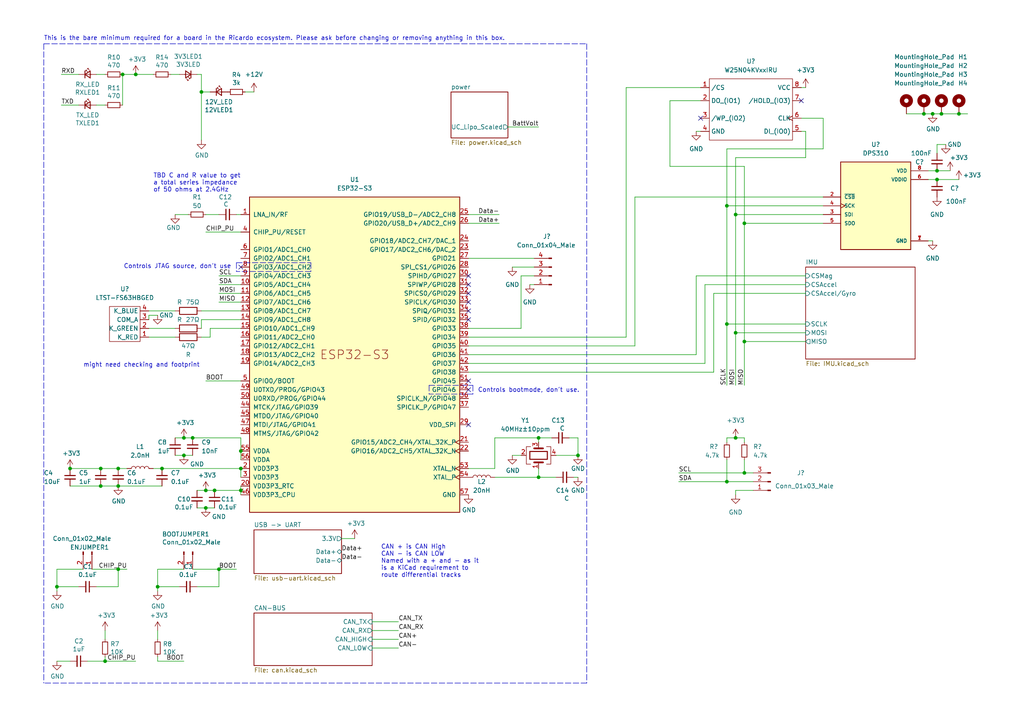
<source format=kicad_sch>
(kicad_sch (version 20211123) (generator eeschema)
  (paper "A4")
  (lib_symbols
    (symbol "Connector:Conn_01x02_Male" (pin_names (offset 1.016) hide)
      (property "Reference" "J" (at 0 2.54 0))
      (property "Value" "Conn_01x02_Male" (at 0 -5.08 0))
      (symbol "Conn_01x02_Male_1_1"
        (polyline (pts (xy 1.27 -2.54) (xy 0.8636 -2.54)) (stroke (width 0.1524)))
        (polyline (pts (xy 1.27 0) (xy 0.8636 0)) (stroke (width 0.1524)))
        (rectangle (start 0.8636 -2.413) (end 0 -2.667) (stroke (width 0.1524)) (fill (type outline)))
        (rectangle (start 0.8636 0.127) (end 0 -0.127) (stroke (width 0.1524)) (fill (type outline)))
        (pin passive line (at 5.08 0 180) (length 3.81) (name "Pin_1") (number "1"))
        (pin passive line (at 5.08 -2.54 180) (length 3.81) (name "Pin_2") (number "2"))
      )
    )
    (symbol "Connector:Conn_01x03_Male" (pin_names (offset 1.016) hide)
      (property "Reference" "J" (at 0 5.08 0))
      (property "Value" "Conn_01x03_Male" (at 0 -5.08 0))
      (symbol "Conn_01x03_Male_1_1"
        (polyline (pts (xy 1.27 -2.54) (xy 0.8636 -2.54)) (stroke (width 0.1524)))
        (polyline (pts (xy 1.27 0) (xy 0.8636 0)) (stroke (width 0.1524)))
        (polyline (pts (xy 1.27 2.54) (xy 0.8636 2.54)) (stroke (width 0.1524)))
        (rectangle (start 0.8636 -2.413) (end 0 -2.667) (stroke (width 0.1524)) (fill (type outline)))
        (rectangle (start 0.8636 0.127) (end 0 -0.127) (stroke (width 0.1524)) (fill (type outline)))
        (rectangle (start 0.8636 2.667) (end 0 2.413) (stroke (width 0.1524)) (fill (type outline)))
        (pin passive line (at 5.08 2.54 180) (length 3.81) (name "Pin_1") (number "1"))
        (pin passive line (at 5.08 0 180) (length 3.81) (name "Pin_2") (number "2"))
        (pin passive line (at 5.08 -2.54 180) (length 3.81) (name "Pin_3") (number "3"))
      )
    )
    (symbol "Connector:Conn_01x04_Male" (pin_names (offset 1.016) hide)
      (property "Reference" "J" (at 0 5.08 0))
      (property "Value" "Conn_01x04_Male" (at 0 -7.62 0))
      (symbol "Conn_01x04_Male_1_1"
        (polyline (pts (xy 1.27 -5.08) (xy 0.8636 -5.08)) (stroke (width 0.1524)))
        (polyline (pts (xy 1.27 -2.54) (xy 0.8636 -2.54)) (stroke (width 0.1524)))
        (polyline (pts (xy 1.27 0) (xy 0.8636 0)) (stroke (width 0.1524)))
        (polyline (pts (xy 1.27 2.54) (xy 0.8636 2.54)) (stroke (width 0.1524)))
        (rectangle (start 0.8636 -4.953) (end 0 -5.207) (stroke (width 0.1524)) (fill (type outline)))
        (rectangle (start 0.8636 -2.413) (end 0 -2.667) (stroke (width 0.1524)) (fill (type outline)))
        (rectangle (start 0.8636 0.127) (end 0 -0.127) (stroke (width 0.1524)) (fill (type outline)))
        (rectangle (start 0.8636 2.667) (end 0 2.413) (stroke (width 0.1524)) (fill (type outline)))
        (pin passive line (at 5.08 2.54 180) (length 3.81) (name "Pin_1") (number "1"))
        (pin passive line (at 5.08 0 180) (length 3.81) (name "Pin_2") (number "2"))
        (pin passive line (at 5.08 -2.54 180) (length 3.81) (name "Pin_3") (number "3"))
        (pin passive line (at 5.08 -5.08 180) (length 3.81) (name "Pin_4") (number "4"))
      )
    )
    (symbol "Custom_Components:DPS310" (pin_names (offset 1.016))
      (property "Reference" "U" (at -1.27 13.97 0))
      (property "Value" "DPS310" (at -3.81 19.05 0))
      (symbol "DPS310_0_0"
        (rectangle (start -10.16 -12.7) (end 10.16 12.7) (stroke (width 0.254)) (fill (type background)))
        (pin power_in line (at 15.24 -10.16 180) (length 5.08) (name "GND") (number "1"))
        (pin input line (at -15.24 2.54 0) (length 5.08) (name "~{CSB}") (number "2"))
        (pin bidirectional line (at -15.24 -2.54 0) (length 5.08) (name "SDI") (number "3"))
        (pin input clock (at -15.24 0 0) (length 5.08) (name "SCK") (number "4"))
        (pin output line (at -15.24 -5.08 0) (length 5.08) (name "SDO") (number "5"))
        (pin power_in line (at 15.24 7.62 180) (length 5.08) (name "VDDIO") (number "6"))
        (pin power_in line (at 15.24 -10.16 180) (length 5.08) (name "GND") (number "7"))
        (pin power_in line (at 15.24 10.16 180) (length 5.08) (name "VDD") (number "8"))
      )
    )
    (symbol "Custom_Components:LTST-FS63HBGED"
      (property "Reference" "U" (at 0 8.89 0))
      (property "Value" "LTST-FS63HBGED" (at 0 11.43 0))
      (symbol "LTST-FS63HBGED_0_1"
        (rectangle (start -5.08 5.08) (end 3.81 -5.08))
      )
      (symbol "LTST-FS63HBGED_1_1"
        (pin input line (at -7.62 3.81 0) (length 2.54) (name "K_RED") (number "1"))
        (pin input line (at -7.62 1.27 0) (length 2.54) (name "K_GREEN") (number "2"))
        (pin input line (at -7.62 -1.27 0) (length 2.54) (name "COM_A") (number "3"))
        (pin input line (at -7.62 -3.81 0) (length 2.54) (name "K_BLUE") (number "4"))
      )
    )
    (symbol "Custom_Components:W25N04KVxxIRU"
      (property "Reference" "U?" (at 0.635 13.97 0))
      (property "Value" "W25N04KVxxIRU" (at 0.635 11.43 0))
      (symbol "W25N04KVxxIRU_0_1"
        (rectangle (start -11.43 8.89) (end 12.7 -8.89))
      )
      (symbol "W25N04KVxxIRU_1_1"
        (pin input line (at -13.97 6.35 0) (length 2.54) (name "/CS") (number "1"))
        (pin bidirectional line (at -13.97 2.54 0) (length 2.54) (name "DO_(IO1)") (number "2"))
        (pin bidirectional line (at -13.97 -2.54 0) (length 2.54) (name "/WP_(IO2)") (number "3"))
        (pin power_in line (at -13.97 -6.35 0) (length 2.54) (name "GND") (number "4"))
        (pin bidirectional line (at 15.24 -6.35 180) (length 2.54) (name "DI_(IO0)") (number "5"))
        (pin input clock (at 15.24 -2.54 180) (length 2.54) (name "CLK") (number "6"))
        (pin bidirectional line (at 15.24 2.54 180) (length 2.54) (name "/HOLD_(IO3)") (number "7"))
        (pin power_in line (at 15.24 6.35 180) (length 2.54) (name "VCC") (number "8"))
      )
    )
    (symbol "Device:C_Small" (pin_numbers hide) (pin_names (offset 0.254) hide)
      (property "Reference" "C" (at 0.254 1.778 0))
      (property "Value" "C_Small" (at 0.254 -2.032 0))
      (symbol "C_Small_0_1"
        (polyline (pts (xy -1.524 -0.508) (xy 1.524 -0.508)) (stroke (width 0.3302)))
        (polyline (pts (xy -1.524 0.508) (xy 1.524 0.508)) (stroke (width 0.3048)))
      )
      (symbol "C_Small_1_1"
        (pin passive line (at 0 2.54 270) (length 2.032) (name "~") (number "1"))
        (pin passive line (at 0 -2.54 90) (length 2.032) (name "~") (number "2"))
      )
    )
    (symbol "Device:Crystal_GND24" (pin_names (offset 1.016) hide)
      (property "Reference" "Y" (at 3.175 5.08 0))
      (property "Value" "Crystal_GND24" (at 3.175 3.175 0))
      (symbol "Crystal_GND24_0_1"
        (rectangle (start -1.143 2.54) (end 1.143 -2.54) (stroke (width 0.3048)))
        (polyline (pts (xy -2.54 0) (xy -2.032 0)))
        (polyline (pts (xy -2.032 -1.27) (xy -2.032 1.27)) (stroke (width 0.508)))
        (polyline (pts (xy 0 -3.81) (xy 0 -3.556)))
        (polyline (pts (xy 0 3.556) (xy 0 3.81)))
        (polyline (pts (xy 2.032 -1.27) (xy 2.032 1.27)) (stroke (width 0.508)))
        (polyline (pts (xy 2.032 0) (xy 2.54 0)))
        (polyline (pts (xy -2.54 -2.286) (xy -2.54 -3.556) (xy 2.54 -3.556) (xy 2.54 -2.286)))
        (polyline (pts (xy -2.54 2.286) (xy -2.54 3.556) (xy 2.54 3.556) (xy 2.54 2.286)))
      )
      (symbol "Crystal_GND24_1_1"
        (pin passive line (at -3.81 0 0) (length 1.27) (name "1") (number "1"))
        (pin passive line (at 0 5.08 270) (length 1.27) (name "2") (number "2"))
        (pin passive line (at 3.81 0 180) (length 1.27) (name "3") (number "3"))
        (pin passive line (at 0 -5.08 90) (length 1.27) (name "4") (number "4"))
      )
    )
    (symbol "Device:L" (pin_numbers hide) (pin_names (offset 1.016) hide)
      (property "Reference" "L" (at -1.27 0 90))
      (property "Value" "L" (at 1.905 0 90))
      (symbol "L_0_1"
        (arc (start 0 -2.54) (mid 0.635 -1.905) (end 0 -1.27))
        (arc (start 0 -1.27) (mid 0.635 -0.635) (end 0 0))
        (arc (start 0 0) (mid 0.635 0.635) (end 0 1.27))
        (arc (start 0 1.27) (mid 0.635 1.905) (end 0 2.54))
      )
      (symbol "L_1_1"
        (pin passive line (at 0 3.81 270) (length 1.27) (name "1") (number "1"))
        (pin passive line (at 0 -3.81 90) (length 1.27) (name "2") (number "2"))
      )
    )
    (symbol "Device:LED_Small" (pin_numbers hide) (pin_names (offset 0.254) hide)
      (property "Reference" "D" (at -1.27 3.175 0))
      (property "Value" "LED_Small" (at -4.445 -2.54 0))
      (symbol "LED_Small_0_1"
        (polyline (pts (xy -0.762 -1.016) (xy -0.762 1.016)) (stroke (width 0.254)))
        (polyline (pts (xy 1.016 0) (xy -0.762 0)))
        (polyline (pts (xy 0.762 -1.016) (xy -0.762 0) (xy 0.762 1.016) (xy 0.762 -1.016)) (stroke (width 0.254)))
        (polyline (pts (xy 0 0.762) (xy -0.508 1.27) (xy -0.254 1.27) (xy -0.508 1.27) (xy -0.508 1.016)))
        (polyline (pts (xy 0.508 1.27) (xy 0 1.778) (xy 0.254 1.778) (xy 0 1.778) (xy 0 1.524)))
      )
      (symbol "LED_Small_1_1"
        (pin passive line (at -2.54 0 0) (length 1.778) (name "K") (number "1"))
        (pin passive line (at 2.54 0 180) (length 1.778) (name "A") (number "2"))
      )
    )
    (symbol "Device:R" (pin_numbers hide) (pin_names (offset 0))
      (property "Reference" "R" (at 2.032 0 90))
      (property "Value" "R" (at 0 0 90))
      (symbol "R_0_1"
        (rectangle (start -1.016 -2.54) (end 1.016 2.54) (stroke (width 0.254)))
      )
      (symbol "R_1_1"
        (pin passive line (at 0 3.81 270) (length 1.27) (name "~") (number "1"))
        (pin passive line (at 0 -3.81 90) (length 1.27) (name "~") (number "2"))
      )
    )
    (symbol "Device:R_Small" (pin_numbers hide) (pin_names (offset 0.254) hide)
      (property "Reference" "R" (at 0.762 0.508 0))
      (property "Value" "R_Small" (at 0.762 -1.016 0))
      (symbol "R_Small_0_1"
        (rectangle (start -0.762 1.778) (end 0.762 -1.778) (stroke (width 0.2032)))
      )
      (symbol "R_Small_1_1"
        (pin passive line (at 0 2.54 270) (length 0.762) (name "~") (number "1"))
        (pin passive line (at 0 -2.54 90) (length 0.762) (name "~") (number "2"))
      )
    )
    (symbol "Espressif:ESP32-S3" (pin_names (offset 1.016))
      (property "Reference" "U" (at 0 48.26 0))
      (property "Value" "ESP32-S3" (at 0 -48.26 0))
      (symbol "ESP32-S3_0_0"
        (text "ESP32-S3" (at 0 0 0) (effects (font (size 2.54 2.54))))
        (pin bidirectional line (at 33.02 -12.7 180) (length 2.54) (name "SPICLK_N/GPIO48") (number "36"))
        (pin bidirectional line (at 33.02 -15.24 180) (length 2.54) (name "SPICLK_P/GPIO47") (number "37"))
      )
      (symbol "ESP32-S3_0_1"
        (rectangle (start -30.48 45.72) (end 30.48 -45.72) (stroke (width 0.254)) (fill (type background)))
      )
      (symbol "ESP32-S3_1_1"
        (pin bidirectional line (at -33.02 40.64 0) (length 2.54) (name "LNA_IN/RF") (number "1"))
        (pin bidirectional line (at -33.02 20.32 0) (length 2.54) (name "GPIO5/ADC1_CH4") (number "10"))
        (pin bidirectional line (at -33.02 17.78 0) (length 2.54) (name "GPIO6/ADC1_CH5") (number "11"))
        (pin bidirectional line (at -33.02 15.24 0) (length 2.54) (name "GPIO7/ADC1_CH6") (number "12"))
        (pin bidirectional line (at -33.02 12.7 0) (length 2.54) (name "GPIO8/ADC1_CH7") (number "13"))
        (pin bidirectional line (at -33.02 10.16 0) (length 2.54) (name "GPIO9/ADC1_CH8") (number "14"))
        (pin bidirectional line (at -33.02 7.62 0) (length 2.54) (name "GPIO10/ADC1_CH9") (number "15"))
        (pin bidirectional line (at -33.02 5.08 0) (length 2.54) (name "GPIO11/ADC2_CH0") (number "16"))
        (pin bidirectional line (at -33.02 2.54 0) (length 2.54) (name "GPIO12/ADC2_CH1") (number "17"))
        (pin bidirectional line (at -33.02 0 0) (length 2.54) (name "GPIO13/ADC2_CH2") (number "18"))
        (pin bidirectional line (at -33.02 -2.54 0) (length 2.54) (name "GPIO14/ADC2_CH3") (number "19"))
        (pin power_in line (at -33.02 -33.02 0) (length 2.54) (name "VDD3P3") (number "2"))
        (pin power_in line (at -33.02 -38.1 0) (length 2.54) (name "VDD3P3_RTC") (number "20"))
        (pin input clock (at 33.02 -25.4 180) (length 2.54) (name "GPIO15/ADC2_CH4/XTAL_32K_P") (number "21"))
        (pin output clock (at 33.02 -27.94 180) (length 2.54) (name "GPIO16/ADC2_CH5/XTAL_32K_N") (number "22"))
        (pin bidirectional line (at 33.02 30.48 180) (length 2.54) (name "GPIO17/ADC2_CH6/DAC_2") (number "23"))
        (pin bidirectional line (at 33.02 33.02 180) (length 2.54) (name "GPIO18/ADC2_CH7/DAC_1") (number "24"))
        (pin bidirectional line (at 33.02 40.64 180) (length 2.54) (name "GPIO19/USB_D-/ADC2_CH8") (number "25"))
        (pin bidirectional line (at 33.02 38.1 180) (length 2.54) (name "GPIO20/USB_D+/ADC2_CH9") (number "26"))
        (pin bidirectional line (at 33.02 27.94 180) (length 2.54) (name "GPIO21") (number "27"))
        (pin bidirectional line (at 33.02 25.4 180) (length 2.54) (name "SPI_CS1/GPIO26") (number "28"))
        (pin power_out line (at 33.02 -20.32 180) (length 2.54) (name "VDD_SPI") (number "29"))
        (pin power_in line (at -33.02 -35.56 0) (length 2.54) (name "VDD3P3") (number "3"))
        (pin bidirectional line (at 33.02 22.86 180) (length 2.54) (name "SPIHD/GPIO27") (number "30"))
        (pin bidirectional line (at 33.02 20.32 180) (length 2.54) (name "SPIWP/GPIO28") (number "31"))
        (pin bidirectional line (at 33.02 17.78 180) (length 2.54) (name "SPICS0/GPIO29") (number "32"))
        (pin bidirectional line (at 33.02 15.24 180) (length 2.54) (name "SPICLK/GPIO30") (number "33"))
        (pin bidirectional line (at 33.02 12.7 180) (length 2.54) (name "SPIQ/GPIO31") (number "34"))
        (pin bidirectional line (at 33.02 10.16 180) (length 2.54) (name "SPID/GPIO32") (number "35"))
        (pin bidirectional line (at 33.02 7.62 180) (length 2.54) (name "GPIO33") (number "38"))
        (pin bidirectional line (at 33.02 5.08 180) (length 2.54) (name "GPIO34") (number "39"))
        (pin input line (at -33.02 35.56 0) (length 2.54) (name "CHIP_PU/RESET") (number "4"))
        (pin bidirectional line (at 33.02 2.54 180) (length 2.54) (name "GPIO35") (number "40"))
        (pin bidirectional line (at 33.02 0 180) (length 2.54) (name "GPIO36") (number "41"))
        (pin bidirectional line (at 33.02 -2.54 180) (length 2.54) (name "GPIO37") (number "42"))
        (pin bidirectional line (at 33.02 -5.08 180) (length 2.54) (name "GPIO38") (number "43"))
        (pin bidirectional line (at -33.02 -15.24 0) (length 2.54) (name "MTCK/JTAG/GPIO39") (number "44"))
        (pin bidirectional line (at -33.02 -17.78 0) (length 2.54) (name "MTDO/JTAG/GPIO40") (number "45"))
        (pin power_in line (at -33.02 -40.64 0) (length 2.54) (name "VDD3P3_CPU") (number "46"))
        (pin bidirectional line (at -33.02 -20.32 0) (length 2.54) (name "MTDI/JTAG/GPIO41") (number "47"))
        (pin bidirectional line (at -33.02 -22.86 0) (length 2.54) (name "MTMS/JTAG/GPIO42") (number "48"))
        (pin bidirectional line (at -33.02 -10.16 0) (length 2.54) (name "U0TXD/PROG/GPIO43") (number "49"))
        (pin bidirectional line (at -33.02 -7.62 0) (length 2.54) (name "GPIO0/BOOT") (number "5"))
        (pin bidirectional line (at -33.02 -12.7 0) (length 2.54) (name "U0RXD/PROG/GPIO44") (number "50"))
        (pin bidirectional line (at 33.02 -7.62 180) (length 2.54) (name "GPIO45") (number "51"))
        (pin bidirectional line (at 33.02 -10.16 180) (length 2.54) (name "GPIO46") (number "52"))
        (pin input clock (at 33.02 -33.02 180) (length 2.54) (name "XTAL_N") (number "53"))
        (pin output clock (at 33.02 -35.56 180) (length 2.54) (name "XTAL_P") (number "54"))
        (pin power_in line (at -33.02 -27.94 0) (length 2.54) (name "VDDA") (number "55"))
        (pin power_in line (at -33.02 -30.48 0) (length 2.54) (name "VDDA") (number "56"))
        (pin power_in line (at 33.02 -40.64 180) (length 2.54) (name "GND") (number "57"))
        (pin bidirectional line (at -33.02 30.48 0) (length 2.54) (name "GPIO1/ADC1_CH0") (number "6"))
        (pin bidirectional line (at -33.02 27.94 0) (length 2.54) (name "GPIO2/ADC1_CH1") (number "7"))
        (pin bidirectional line (at -33.02 25.4 0) (length 2.54) (name "GPIO3/ADC1_CH2") (number "8"))
        (pin bidirectional line (at -33.02 22.86 0) (length 2.54) (name "GPIO4/ADC1_CH3") (number "9"))
      )
    )
    (symbol "Mechanical:MountingHole_Pad" (pin_numbers hide) (pin_names (offset 1.016) hide)
      (property "Reference" "H" (at 0 6.35 0))
      (property "Value" "MountingHole_Pad" (at 0 4.445 0))
      (symbol "MountingHole_Pad_0_1"
        (circle (center 0 1.27) (radius 1.27) (stroke (width 1.27)))
      )
      (symbol "MountingHole_Pad_1_1"
        (pin input line (at 0 -2.54 90) (length 2.54) (name "1") (number "1"))
      )
    )
    (symbol "power:+12V" (power) (pin_names (offset 0))
      (property "Value" "+12V" (at 0 3.556 0))
      (symbol "+12V_0_1"
        (polyline (pts (xy -0.762 1.27) (xy 0 2.54)))
        (polyline (pts (xy 0 0) (xy 0 2.54)))
        (polyline (pts (xy 0 2.54) (xy 0.762 1.27)))
      )
      (symbol "+12V_1_1"
        (pin power_in line (at 0 0 90) (length 0) hide (name "+12V") (number "1"))
      )
    )
    (symbol "power:+3.3V" (power) (pin_names (offset 0))
      (property "Value" "+3.3V" (at 0 3.556 0))
      (symbol "+3.3V_0_1"
        (polyline (pts (xy -0.762 1.27) (xy 0 2.54)))
        (polyline (pts (xy 0 0) (xy 0 2.54)))
        (polyline (pts (xy 0 2.54) (xy 0.762 1.27)))
      )
      (symbol "+3.3V_1_1"
        (pin power_in line (at 0 0 90) (length 0) hide (name "+3V3") (number "1"))
      )
    )
    (symbol "power:GND" (power) (pin_names (offset 0))
      (property "Value" "GND" (at 0 -3.81 0))
      (symbol "GND_0_1"
        (polyline (pts (xy 0 0) (xy 0 -1.27) (xy 1.27 -1.27) (xy 0 -2.54) (xy -1.27 -1.27) (xy 0 -1.27)))
      )
      (symbol "GND_1_1"
        (pin power_in line (at 0 0 270) (length 0) hide (name "GND") (number "1"))
      )
    )
  )
  (junction (at 39.37 21.59))
  (junction (at 59.69 142.24))
  (junction (at 53.34 127))
  (junction (at 58.42 26.67))
  (junction (at 30.48 191.77))
  (junction (at 213.36 96.52))
  (junction (at 210.82 59.69))
  (junction (at 271.78 49.53))
  (junction (at 210.82 93.98))
  (junction (at 69.85 142.24))
  (junction (at 270.51 33.02))
  (junction (at 215.9 99.06))
  (junction (at 55.88 127))
  (junction (at 63.5 165.1))
  (junction (at 267.97 33.02))
  (junction (at 59.69 147.32))
  (junction (at 62.23 142.24))
  (junction (at 34.29 135.89))
  (junction (at 20.32 135.89))
  (junction (at 45.72 170.18))
  (junction (at 35.56 21.59))
  (junction (at 210.82 139.7))
  (junction (at 215.9 64.77))
  (junction (at 215.9 137.16))
  (junction (at 29.21 135.89))
  (junction (at 34.29 140.97))
  (junction (at 156.21 127))
  (junction (at 273.05 33.02))
  (junction (at 53.34 132.08))
  (junction (at 156.21 138.43))
  (junction (at 69.85 130.81))
  (junction (at 29.21 140.97))
  (junction (at 213.36 127))
  (junction (at 16.51 170.18))
  (junction (at 278.13 33.02))
  (junction (at 167.64 132.08))
  (junction (at 213.36 62.23))
  (junction (at 46.99 135.89))
  (junction (at 34.29 165.1))
  (junction (at 69.85 135.89))
  (junction (at 271.78 52.07))
  (no_connect (at 69.85 77.47))
  (no_connect (at 232.41 29.21))
  (no_connect (at 203.2 34.29))
  (no_connect (at 135.89 113.03))
  (no_connect (at 135.89 82.55))
  (no_connect (at 135.89 85.09))
  (no_connect (at 135.89 87.63))
  (no_connect (at 135.89 90.17))
  (no_connect (at 135.89 92.71))
  (no_connect (at 135.89 110.49))
  (no_connect (at 135.89 80.01))
  (no_connect (at 135.89 123.19))
  (wire (pts (xy 184.15 57.15) (xy 238.76 57.15)))
  (wire (pts (xy 30.48 191.77) (xy 30.48 190.5)))
  (wire (pts (xy 135.89 62.23) (xy 144.78 62.23)))
  (wire (pts (xy 269.24 69.85) (xy 270.51 69.85)))
  (wire (pts (xy 201.93 102.87) (xy 201.93 80.01)))
  (wire (pts (xy 63.5 87.63) (xy 69.85 87.63)))
  (wire (pts (xy 69.85 135.89) (xy 69.85 138.43)))
  (wire (pts (xy 17.78 21.59) (xy 22.86 21.59)))
  (polyline (pts (xy 90.17 78.74) (xy 68.58 78.74)))
  (wire (pts (xy 63.5 170.18) (xy 63.5 165.1)))
  (polyline (pts (xy 68.58 76.2) (xy 68.58 78.74)))
  (wire (pts (xy 43.18 97.79) (xy 50.8 97.79)))
  (wire (pts (xy 210.82 111.76) (xy 210.82 93.98)))
  (wire (pts (xy 194.31 29.21) (xy 194.31 48.26)))
  (wire (pts (xy 60.96 26.67) (xy 58.42 26.67)))
  (wire (pts (xy 210.82 128.27) (xy 210.82 127)))
  (wire (pts (xy 16.51 191.77) (xy 20.32 191.77)))
  (wire (pts (xy 107.95 180.34) (xy 115.57 180.34)))
  (wire (pts (xy 213.36 143.51) (xy 213.36 142.24)))
  (wire (pts (xy 160.02 127) (xy 156.21 127)))
  (wire (pts (xy 45.72 165.1) (xy 53.34 165.1)))
  (wire (pts (xy 58.42 21.59) (xy 57.15 21.59)))
  (wire (pts (xy 29.21 135.89) (xy 34.29 135.89)))
  (wire (pts (xy 271.78 49.53) (xy 275.59 49.53)))
  (wire (pts (xy 143.51 138.43) (xy 156.21 138.43)))
  (wire (pts (xy 181.61 25.4) (xy 181.61 97.79)))
  (wire (pts (xy 59.69 110.49) (xy 69.85 110.49)))
  (polyline (pts (xy 12.7 12.7) (xy 12.7 198.12)))
  (wire (pts (xy 215.9 99.06) (xy 215.9 111.76)))
  (wire (pts (xy 238.76 34.29) (xy 232.41 34.29)))
  (wire (pts (xy 16.51 170.18) (xy 16.51 171.45)))
  (wire (pts (xy 57.15 170.18) (xy 63.5 170.18)))
  (wire (pts (xy 273.05 33.02) (xy 270.51 33.02)))
  (wire (pts (xy 148.59 77.47) (xy 154.94 77.47)))
  (wire (pts (xy 135.89 107.95) (xy 207.01 107.95)))
  (polyline (pts (xy 137.16 111.76) (xy 137.16 114.3)))
  (wire (pts (xy 213.36 142.24) (xy 218.44 142.24)))
  (wire (pts (xy 68.58 165.1) (xy 63.5 165.1)))
  (wire (pts (xy 68.58 62.23) (xy 69.85 62.23)))
  (wire (pts (xy 194.31 29.21) (xy 203.2 29.21)))
  (wire (pts (xy 210.82 59.69) (xy 210.82 43.18)))
  (wire (pts (xy 27.94 30.48) (xy 30.48 30.48)))
  (wire (pts (xy 16.51 165.1) (xy 16.51 170.18)))
  (wire (pts (xy 135.89 100.33) (xy 184.15 100.33)))
  (wire (pts (xy 161.29 132.08) (xy 167.64 132.08)))
  (wire (pts (xy 69.85 92.71) (xy 58.42 92.71)))
  (wire (pts (xy 58.42 90.17) (xy 69.85 90.17)))
  (wire (pts (xy 196.85 139.7) (xy 210.82 139.7)))
  (wire (pts (xy 271.78 52.07) (xy 278.13 52.07)))
  (wire (pts (xy 30.48 182.88) (xy 30.48 185.42)))
  (wire (pts (xy 57.15 147.32) (xy 59.69 147.32)))
  (polyline (pts (xy 68.58 76.2) (xy 90.17 76.2)))
  (wire (pts (xy 34.29 135.89) (xy 36.83 135.89)))
  (wire (pts (xy 69.85 142.24) (xy 69.85 143.51)))
  (wire (pts (xy 207.01 85.09) (xy 207.01 107.95)))
  (wire (pts (xy 215.9 64.77) (xy 215.9 48.26)))
  (wire (pts (xy 135.89 105.41) (xy 204.47 105.41)))
  (wire (pts (xy 60.96 95.25) (xy 60.96 97.79)))
  (wire (pts (xy 62.23 142.24) (xy 69.85 142.24)))
  (wire (pts (xy 204.47 82.55) (xy 204.47 105.41)))
  (wire (pts (xy 43.18 91.44) (xy 45.72 91.44)))
  (wire (pts (xy 53.34 132.08) (xy 55.88 132.08)))
  (wire (pts (xy 201.93 38.1) (xy 203.2 38.1)))
  (wire (pts (xy 143.51 135.89) (xy 143.51 127)))
  (wire (pts (xy 210.82 139.7) (xy 218.44 139.7)))
  (wire (pts (xy 269.24 49.53) (xy 271.78 49.53)))
  (wire (pts (xy 210.82 127) (xy 213.36 127)))
  (wire (pts (xy 156.21 127) (xy 156.21 128.27)))
  (wire (pts (xy 34.29 165.1) (xy 36.83 165.1)))
  (wire (pts (xy 210.82 59.69) (xy 238.76 59.69)))
  (wire (pts (xy 50.8 132.08) (xy 53.34 132.08)))
  (wire (pts (xy 215.9 137.16) (xy 218.44 137.16)))
  (wire (pts (xy 213.36 127) (xy 215.9 127)))
  (wire (pts (xy 43.18 92.71) (xy 43.18 91.44)))
  (polyline (pts (xy 124.46 111.76) (xy 124.46 114.3)))
  (wire (pts (xy 213.36 45.72) (xy 233.68 45.72)))
  (polyline (pts (xy 12.7 12.7) (xy 170.18 12.7)))
  (wire (pts (xy 215.9 64.77) (xy 238.76 64.77)))
  (wire (pts (xy 215.9 99.06) (xy 233.68 99.06)))
  (wire (pts (xy 215.9 127) (xy 215.9 128.27)))
  (wire (pts (xy 44.45 135.89) (xy 46.99 135.89)))
  (wire (pts (xy 151.13 80.01) (xy 154.94 80.01)))
  (wire (pts (xy 69.85 130.81) (xy 69.85 133.35)))
  (wire (pts (xy 22.86 170.18) (xy 16.51 170.18)))
  (wire (pts (xy 147.32 36.83) (xy 156.21 36.83)))
  (wire (pts (xy 27.94 21.59) (xy 30.48 21.59)))
  (wire (pts (xy 215.9 133.35) (xy 215.9 137.16)))
  (wire (pts (xy 50.8 127) (xy 53.34 127)))
  (wire (pts (xy 213.36 96.52) (xy 233.68 96.52)))
  (wire (pts (xy 17.78 30.48) (xy 22.86 30.48)))
  (wire (pts (xy 270.51 33.02) (xy 267.97 33.02)))
  (wire (pts (xy 63.5 82.55) (xy 69.85 82.55)))
  (wire (pts (xy 52.07 170.18) (xy 45.72 170.18)))
  (wire (pts (xy 50.8 62.23) (xy 54.61 62.23)))
  (wire (pts (xy 210.82 93.98) (xy 210.82 59.69)))
  (wire (pts (xy 233.68 38.1) (xy 232.41 38.1)))
  (wire (pts (xy 59.69 62.23) (xy 63.5 62.23)))
  (wire (pts (xy 278.13 33.02) (xy 273.05 33.02)))
  (wire (pts (xy 207.01 85.09) (xy 233.68 85.09)))
  (wire (pts (xy 271.78 44.45) (xy 271.78 41.91)))
  (wire (pts (xy 29.21 140.97) (xy 34.29 140.97)))
  (wire (pts (xy 35.56 21.59) (xy 39.37 21.59)))
  (wire (pts (xy 280.67 33.02) (xy 278.13 33.02)))
  (wire (pts (xy 55.88 127) (xy 69.85 127)))
  (wire (pts (xy 58.42 92.71) (xy 58.42 95.25)))
  (wire (pts (xy 107.95 187.96) (xy 115.57 187.96)))
  (wire (pts (xy 210.82 43.18) (xy 238.76 43.18)))
  (wire (pts (xy 107.95 182.88) (xy 115.57 182.88)))
  (wire (pts (xy 69.85 127) (xy 69.85 130.81)))
  (polyline (pts (xy 137.16 114.3) (xy 124.46 114.3)))
  (wire (pts (xy 269.24 52.07) (xy 271.78 52.07)))
  (wire (pts (xy 135.89 102.87) (xy 201.93 102.87)))
  (wire (pts (xy 213.36 62.23) (xy 238.76 62.23)))
  (wire (pts (xy 135.89 74.93) (xy 154.94 74.93)))
  (wire (pts (xy 55.88 165.1) (xy 63.5 165.1)))
  (wire (pts (xy 25.4 191.77) (xy 30.48 191.77)))
  (wire (pts (xy 135.89 135.89) (xy 143.51 135.89)))
  (wire (pts (xy 45.72 170.18) (xy 45.72 171.45)))
  (wire (pts (xy 45.72 191.77) (xy 45.72 190.5)))
  (wire (pts (xy 49.53 21.59) (xy 52.07 21.59)))
  (wire (pts (xy 184.15 100.33) (xy 184.15 57.15)))
  (wire (pts (xy 148.59 132.08) (xy 151.13 132.08)))
  (wire (pts (xy 210.82 93.98) (xy 233.68 93.98)))
  (wire (pts (xy 43.18 95.25) (xy 50.8 95.25)))
  (wire (pts (xy 213.36 62.23) (xy 213.36 96.52)))
  (wire (pts (xy 58.42 21.59) (xy 58.42 26.67)))
  (wire (pts (xy 213.36 45.72) (xy 213.36 62.23)))
  (wire (pts (xy 215.9 64.77) (xy 215.9 99.06)))
  (wire (pts (xy 153.67 82.55) (xy 154.94 82.55)))
  (wire (pts (xy 161.29 138.43) (xy 156.21 138.43)))
  (wire (pts (xy 201.93 80.01) (xy 233.68 80.01)))
  (wire (pts (xy 203.2 25.4) (xy 181.61 25.4)))
  (wire (pts (xy 58.42 97.79) (xy 60.96 97.79)))
  (wire (pts (xy 63.5 80.01) (xy 69.85 80.01)))
  (wire (pts (xy 238.76 43.18) (xy 238.76 34.29)))
  (wire (pts (xy 59.69 67.31) (xy 69.85 67.31)))
  (wire (pts (xy 63.5 85.09) (xy 69.85 85.09)))
  (wire (pts (xy 213.36 96.52) (xy 213.36 111.76)))
  (wire (pts (xy 53.34 191.77) (xy 45.72 191.77)))
  (wire (pts (xy 69.85 95.25) (xy 60.96 95.25)))
  (wire (pts (xy 204.47 82.55) (xy 233.68 82.55)))
  (wire (pts (xy 233.68 45.72) (xy 233.68 38.1)))
  (wire (pts (xy 58.42 26.67) (xy 58.42 40.64)))
  (wire (pts (xy 156.21 135.89) (xy 156.21 138.43)))
  (wire (pts (xy 34.29 170.18) (xy 34.29 165.1)))
  (polyline (pts (xy 90.17 76.2) (xy 90.17 78.74)))
  (wire (pts (xy 143.51 127) (xy 156.21 127)))
  (wire (pts (xy 99.06 156.21) (xy 102.87 156.21)))
  (wire (pts (xy 167.64 138.43) (xy 166.37 138.43)))
  (wire (pts (xy 135.89 97.79) (xy 181.61 97.79)))
  (wire (pts (xy 20.32 135.89) (xy 29.21 135.89)))
  (wire (pts (xy 43.18 90.17) (xy 50.8 90.17)))
  (wire (pts (xy 167.64 127) (xy 167.64 132.08)))
  (wire (pts (xy 39.37 21.59) (xy 44.45 21.59)))
  (polyline (pts (xy 124.46 111.76) (xy 137.16 111.76)))
  (wire (pts (xy 59.69 147.32) (xy 62.23 147.32)))
  (wire (pts (xy 210.82 133.35) (xy 210.82 139.7)))
  (wire (pts (xy 267.97 33.02) (xy 262.89 33.02)))
  (wire (pts (xy 232.41 25.4) (xy 233.68 25.4)))
  (wire (pts (xy 30.48 191.77) (xy 39.37 191.77)))
  (wire (pts (xy 107.95 185.42) (xy 115.57 185.42)))
  (wire (pts (xy 194.31 48.26) (xy 215.9 48.26)))
  (wire (pts (xy 53.34 127) (xy 55.88 127)))
  (wire (pts (xy 35.56 21.59) (xy 35.56 30.48)))
  (wire (pts (xy 271.78 41.91) (xy 274.32 41.91)))
  (wire (pts (xy 151.13 95.25) (xy 151.13 80.01)))
  (wire (pts (xy 73.66 26.67) (xy 71.12 26.67)))
  (wire (pts (xy 46.99 135.89) (xy 69.85 135.89)))
  (wire (pts (xy 135.89 95.25) (xy 151.13 95.25)))
  (polyline (pts (xy 170.18 12.7) (xy 170.18 198.12)))
  (wire (pts (xy 34.29 140.97) (xy 46.99 140.97)))
  (wire (pts (xy 196.85 137.16) (xy 215.9 137.16)))
  (wire (pts (xy 135.89 64.77) (xy 144.78 64.77)))
  (wire (pts (xy 27.94 170.18) (xy 34.29 170.18)))
  (wire (pts (xy 45.72 165.1) (xy 45.72 170.18)))
  (wire (pts (xy 59.69 142.24) (xy 62.23 142.24)))
  (wire (pts (xy 57.15 142.24) (xy 59.69 142.24)))
  (wire (pts (xy 20.32 140.97) (xy 29.21 140.97)))
  (wire (pts (xy 69.85 142.24) (xy 69.85 140.97)))
  (wire (pts (xy 167.64 127) (xy 165.1 127)))
  (wire (pts (xy 26.67 165.1) (xy 34.29 165.1)))
  (wire (pts (xy 45.72 182.88) (xy 45.72 185.42)))
  (wire (pts (xy 16.51 165.1) (xy 24.13 165.1)))
  (polyline (pts (xy 170.18 198.12) (xy 12.7 198.12)))
  (text "Controls bootmode, don't use.\n" (at 138.5894 113.9757 0) (effects (font (size 1.27 1.27)) (justify left bottom)))
  (text "This is the bare minimum required for a board in the Ricardo ecosystem. Please ask before changing or removing anything in this box.\n\n" (at 12.7 13.97 0) (effects (font (size 1.27 1.27)) (justify left bottom)))
  (text "TBD C and R value to get\na total series impedance\nof 50 ohms at 2.4GHz\n" (at 44.45 55.88 0) (effects (font (size 1.27 1.27)) (justify left bottom)))
  (text "CAN + is CAN High\nCAN - is CAN LOW\nNamed with a + and - as it\nis a KiCad requirement to\nroute differential tracks\n" (at 110.49 167.64 0) (effects (font (size 1.27 1.27)) (justify left bottom)))
  (text "might need checking and footprint\n" (at 24.13 106.68 0) (effects (font (size 1.27 1.27)) (justify left bottom)))
  (text "Controls JTAG source, don't use\n" (at 67.0857 78.0878 180) (effects (font (size 1.27 1.27)) (justify right bottom)))
  (label "MISO" (at 63.5 87.63 0))
  (label "CHIP_PU" (at 36.83 165.1 180))
  (label "CAN+" (at 115.57 185.42 0))
  (label "Data+" (at 99.06 160.02 0))
  (label "SCL" (at 63.5 80.01 0))
  (label "SCLK" (at 210.82 111.76 90))
  (label "Data-" (at 99.06 162.56 0))
  (label "BOOT" (at 53.34 191.77 180))
  (label "CAN_TX" (at 115.57 180.34 0))
  (label "BOOT" (at 68.58 165.1 180))
  (label "MOSI" (at 63.5 85.09 0))
  (label "SDA" (at 196.85 139.7 0))
  (label "MISO" (at 215.9 111.76 90))
  (label "BOOT" (at 59.69 110.49 0))
  (label "RXD" (at 17.78 21.59 0))
  (label "CHIP_PU" (at 59.69 67.31 0))
  (label "SDA" (at 63.5 82.55 0))
  (label "CAN_RX" (at 115.57 182.88 0))
  (label "Data+" (at 144.78 64.77 180))
  (label "Data-" (at 144.78 62.23 180))
  (label "CAN-" (at 115.57 187.96 0))
  (label "MOSI" (at 213.36 111.76 90))
  (label "SCL" (at 196.85 137.16 0))
  (label "BattVolt" (at 156.21 36.83 180))
  (label "TXD" (at 17.78 30.48 0))
  (label "CHIP_PU" (at 39.37 191.77 180))
  (symbol (lib_id "power:+3.3V") (at 30.48 182.88 0) (unit 1)
    (property "Reference" "#PWR06" (effects hide))
    (property "Value" "+3.3V" (at 30.861 178.4858 0))
  )
  (symbol (lib_id "Device:R_Small") (at 30.48 187.96 0) (unit 1)
    (property "Reference" "R7" (at 31.9786 186.7916 0) (effects (justify left)))
    (property "Value" "10K" (at 31.9786 189.103 0) (effects (justify left)))
    (property "Footprint" "Resistor_SMD:R_0402_1005Metric" (effects hide))
  )
  (symbol (lib_id "Device:C_Small") (at 22.86 191.77 270) (unit 1)
    (property "Reference" "C2" (at 22.86 185.9534 90))
    (property "Value" "1uF" (at 22.86 188.2648 90))
    (property "Footprint" "Capacitor_SMD:C_0402_1005Metric" (effects hide))
  )
  (symbol (lib_id "power:GND") (at 16.51 191.77 0) (unit 1)
    (property "Reference" "#PWR03" (effects hide))
    (property "Value" "GND" (at 16.637 196.1642 0))
  )
  (symbol (lib_id "power:+3.3V") (at 45.72 182.88 0) (unit 1)
    (property "Reference" "#PWR09" (effects hide))
    (property "Value" "+3.3V" (at 46.101 178.4858 0))
  )
  (symbol (lib_id "Device:R_Small") (at 45.72 187.96 0) (unit 1)
    (property "Reference" "R8" (at 47.2186 186.7916 0) (effects (justify left)))
    (property "Value" "10K" (at 47.2186 189.103 0) (effects (justify left)))
    (property "Footprint" "Resistor_SMD:R_0402_1005Metric" (effects hide))
  )
  (symbol (lib_id "power:GND") (at 45.72 171.45 0) (unit 1)
    (property "Reference" "#PWR07" (effects hide))
    (property "Value" "GND" (at 45.847 175.8442 0))
  )
  (symbol (lib_id "Device:C_Small") (at 54.61 170.18 270) (unit 1)
    (property "Reference" "C3" (at 54.61 164.3634 90))
    (property "Value" "0.1uF" (at 54.61 166.6748 90))
    (property "Footprint" "Capacitor_SMD:C_0402_1005Metric" (effects hide))
  )
  (symbol (lib_id "power:GND") (at 16.51 171.45 0) (unit 1)
    (property "Reference" "#PWR02" (effects hide))
    (property "Value" "GND" (at 16.637 175.8442 0))
  )
  (symbol (lib_id "Device:C_Small") (at 25.4 170.18 270) (unit 1)
    (property "Reference" "C1" (at 25.4 164.3634 90))
    (property "Value" "0.1uF" (at 25.4 166.6748 90))
    (property "Footprint" "Capacitor_SMD:C_0402_1005Metric" (effects hide))
  )
  (symbol (lib_id "Device:LED_Small") (at 25.4 30.48 0) (unit 1)
    (property "Reference" "TXLED1" (at 25.4 35.687 0))
    (property "Value" "TX_LED" (at 25.4 33.3756 0))
    (property "Footprint" "Resistor_SMD:R_0402_1005Metric" (effects hide))
  )
  (symbol (lib_id "Device:LED_Small") (at 25.4 21.59 0) (unit 1)
    (property "Reference" "RXLED1" (at 25.4 26.797 0))
    (property "Value" "RX_LED" (at 25.4 24.4856 0))
    (property "Footprint" "LED_SMD:LED_0603_1608Metric" (effects hide))
  )
  (symbol (lib_id "Device:R_Small") (at 33.02 21.59 270) (unit 1)
    (property "Reference" "R10" (at 33.02 16.6116 90))
    (property "Value" "470" (at 33.02 18.923 90))
    (property "Footprint" "Resistor_SMD:R_0402_1005Metric" (effects hide))
  )
  (symbol (lib_id "Device:R_Small") (at 33.02 30.48 270) (unit 1)
    (property "Reference" "R11" (at 33.02 25.5016 90))
    (property "Value" "470" (at 33.02 27.813 90))
    (property "Footprint" "Resistor_SMD:R_0402_1005Metric" (effects hide))
  )
  (symbol (lib_id "power:GND") (at 58.42 40.64 0) (unit 1)
    (property "Reference" "#PWR012" (effects hide))
    (property "Value" "GND" (at 58.547 45.0342 0))
  )
  (symbol (lib_id "power:+3.3V") (at 39.37 21.59 0) (unit 1)
    (property "Reference" "#PWR011" (effects hide))
    (property "Value" "+3.3V" (at 39.751 17.1958 0))
  )
  (symbol (lib_id "Device:LED_Small") (at 54.61 21.59 180) (unit 1)
    (property "Reference" "3V3LED1" (at 54.61 16.383 0))
    (property "Value" "3V3LED" (at 54.61 18.6944 0))
    (property "Footprint" "Resistor_SMD:R_0402_1005Metric" (effects hide))
  )
  (symbol (lib_id "Device:R_Small") (at 46.99 21.59 270) (unit 1)
    (property "Reference" "R14" (at 46.99 16.6116 90))
    (property "Value" "470" (at 46.99 18.923 90))
    (property "Footprint" "Resistor_SMD:R_0402_1005Metric" (effects hide))
  )
  (symbol (lib_id "Connector:Conn_01x02_Male") (at 26.67 160.02 270) (unit 1)
    (property "Reference" "ENJUMPER1" (at 20.32 158.75 90) (effects (justify left)))
    (property "Value" "Conn_01x02_Male" (at 15.24 156.21 90) (effects (justify left)))
    (property "Footprint" "Connector_PinHeader_2.54mm:PinHeader_1x02_P2.54mm_Vertical" (effects hide))
  )
  (symbol (lib_id "Connector:Conn_01x02_Male") (at 55.88 160.02 270) (unit 1)
    (property "Reference" "BOOTJUMPER1" (at 46.99 154.94 90) (effects (justify left)))
    (property "Value" "Conn_01x02_Male" (at 46.99 157.2514 90) (effects (justify left)))
    (property "Footprint" "Connector_PinHeader_2.54mm:PinHeader_1x02_P2.54mm_Vertical" (effects hide))
  )
  (symbol (lib_id "power:+3.3V") (at 102.87 156.21 0) (unit 1)
    (property "Reference" "#PWR0108" (effects hide))
    (property "Value" "+3.3V" (at 103.251 151.8158 0))
  )
  (symbol (lib_id "Device:LED_Small") (at 63.5 26.67 0) (unit 1)
    (property "Reference" "12VLED1" (at 63.5 31.877 0))
    (property "Value" "12V_LED" (at 63.5 29.5656 0))
    (property "Footprint" "Resistor_SMD:R_0402_1005Metric" (effects hide))
  )
  (symbol (lib_id "Device:R_Small") (at 68.58 26.67 270) (unit 1)
    (property "Reference" "R4" (at 68.58 21.6916 90))
    (property "Value" "3k" (at 68.58 24.003 90))
    (property "Footprint" "Resistor_SMD:R_0402_1005Metric" (effects hide))
  )
  (symbol (lib_id "power:GND") (at 167.64 132.08 0) (unit 1)
    (property "Reference" "#PWR0110" (effects hide))
    (property "Value" "GND" (at 167.64 135.89 0))
  )
  (symbol (lib_id "Device:R") (at 54.61 97.79 90) (unit 1)
    (property "Reference" "47Ω" (at 54.61 100.33 90))
    (property "Value" "R" (at 54.61 102.87 90))
  )
  (symbol (lib_id "Device:C_Small") (at 271.78 46.99 0) (unit 1)
    (property "Reference" "C?" (at 265.43 46.99 0) (effects (justify left)))
    (property "Value" "100nF" (at 264.16 44.45 0) (effects (justify left)))
    (property "Footprint" "Capacitor_SMD:C_0603_1608Metric" (effects hide))
  )
  (symbol (lib_id "power:GND") (at 34.29 140.97 0) (unit 1)
    (property "Reference" "#PWR0106" (effects hide))
    (property "Value" "GND" (at 34.417 145.3642 0))
  )
  (symbol (lib_id "Connector:Conn_01x03_Male") (at 223.52 139.7 180) (unit 1)
    (property "Reference" "J?" (at 231.14 137.16 0) (effects (justify right)))
    (property "Value" "Conn_01x03_Male" (at 224.79 140.9699 0) (effects (justify right)))
    (property "Footprint" "Connector_PinHeader_2.54mm:PinHeader_1x03_P2.54mm_Vertical" (effects hide))
  )
  (symbol (lib_id "power:GND") (at 153.67 82.55 0) (unit 1)
    (property "Reference" "#PWR?" (effects hide))
    (property "Value" "GND" (at 153.67 87.63 0))
  )
  (symbol (lib_id "Device:C_Small") (at 55.88 129.54 0) (unit 1)
    (property "Reference" "C9" (at 58.42 128.2762 0) (effects (justify left)))
    (property "Value" "10nF" (at 58.42 130.8162 0) (effects (justify left)))
    (property "Footprint" "Capacitor_SMD:C_0402_1005Metric" (effects hide))
  )
  (symbol (lib_id "power:+3.3V") (at 53.34 127 0) (unit 1)
    (property "Reference" "#PWR0101" (effects hide))
    (property "Value" "+3.3V" (at 53.721 122.6058 0))
  )
  (symbol (lib_id "Mechanical:MountingHole_Pad") (at 267.97 30.48 0) (unit 1)
    (property "Reference" "H2" (at 280.67 19.05 0) (effects (justify right)))
    (property "Value" "MountingHole_Pad" (at 276.86 21.59 0) (effects (justify right)))
    (property "Footprint" "MountingHole:MountingHole_3.2mm_M3_DIN965_Pad" (effects hide))
  )
  (symbol (lib_id "Device:C_Small") (at 50.8 129.54 0) (unit 1)
    (property "Reference" "C8" (at 45.72 128.27 0) (effects (justify left)))
    (property "Value" "1uF" (at 45.72 130.81 0) (effects (justify left)))
    (property "Footprint" "Capacitor_SMD:C_0402_1005Metric" (effects hide))
  )
  (symbol (lib_id "power:+3.3V") (at 213.36 127 0) (unit 1)
    (property "Reference" "#PWR?" (effects hide))
    (property "Value" "+3.3V" (at 213.36 121.92 0))
  )
  (symbol (lib_id "power:+12V") (at 73.66 26.67 0) (unit 1)
    (property "Reference" "#PWR0104" (effects hide))
    (property "Value" "+12V" (at 73.66 21.59 0))
  )
  (symbol (lib_id "power:GND") (at 271.78 57.15 0) (unit 1)
    (property "Reference" "#PWR?" (effects hide))
    (property "Value" "GND" (at 271.78 62.23 0))
  )
  (symbol (lib_id "Mechanical:MountingHole_Pad") (at 278.13 30.48 0) (unit 1)
    (property "Reference" "H4" (at 280.67 24.13 0) (effects (justify right)))
    (property "Value" "MountingHole_Pad" (at 276.86 16.51 0) (effects (justify right)))
    (property "Footprint" "MountingHole:MountingHole_3.2mm_M3_DIN965_Pad" (effects hide))
  )
  (symbol (lib_id "power:GND") (at 59.69 147.32 0) (unit 1)
    (property "Reference" "#PWR0112" (effects hide))
    (property "Value" "GND" (at 63.5 149.86 0))
  )
  (symbol (lib_id "Connector:Conn_01x04_Male") (at 160.02 80.01 180) (unit 1)
    (property "Reference" "J?" (at 157.48 68.58 0) (effects (justify right)))
    (property "Value" "Conn_01x04_Male" (at 149.86 71.12 0) (effects (justify right)))
  )
  (symbol (lib_id "Device:C_Small") (at 20.32 138.43 0) (unit 1)
    (property "Reference" "C4" (at 12.7 137.16 0) (effects (justify left)))
    (property "Value" "10uF" (at 12.7 139.7 0) (effects (justify left)))
  )
  (symbol (lib_id "Custom_Components:DPS310") (at 254 59.69 0) (unit 1)
    (property "Reference" "U?" (at 254 41.91 0))
    (property "Value" "DPS310" (at 254 44.45 0))
    (property "Footprint" "XDCR_DPS310" (effects hide))
    (property "AVAILABILITY" "Unavailable" (effects hide))
    (property "PRICE" "None" (effects hide))
    (property "MF" "Infineon" (effects hide))
    (property "DESCRIPTION" "Supply voltage range 1.7V to 3.6V | Operation range 300hPa 1200hPa | Sensors precision 0.005hPa | Relative accuracy 0.06hPa | Pressure temperature sensitivity of 0.5Pa/K | Temperature accuracy 0.5C" (effects hide))
    (property "PACKAGE" "LGA-8 Infineon" (effects hide))
    (property "MP" "DPS310XTSA1" (effects hide))
  )
  (symbol (lib_id "Device:C_Small") (at 57.15 144.78 0) (unit 1)
    (property "Reference" "C10" (at 53.34 144.78 0))
    (property "Value" "0.1uF" (at 53.34 147.0914 0))
    (property "Footprint" "Capacitor_SMD:C_0402_1005Metric" (effects hide))
  )
  (symbol (lib_id "Device:C_Small") (at 163.83 138.43 90) (unit 1)
    (property "Reference" "C14" (at 165.1 142.24 90) (effects (justify left)))
    (property "Value" "C" (at 165.1 144.5514 90) (effects (justify left)))
    (property "Footprint" "Capacitor_SMD:C_0603_1608Metric" (effects hide))
  )
  (symbol (lib_id "power:GND") (at 167.64 138.43 0) (unit 1)
    (property "Reference" "#PWR0111" (effects hide))
    (property "Value" "GND" (at 167.64 142.24 0))
  )
  (symbol (lib_id "Device:C_Small") (at 34.29 138.43 0) (unit 1)
    (property "Reference" "C6" (at 36.83 137.1662 0) (effects (justify left)))
    (property "Value" "0.1uF" (at 36.83 139.7062 0) (effects (justify left)))
    (property "Footprint" "Capacitor_SMD:C_0402_1005Metric" (effects hide))
  )
  (symbol (lib_id "Device:R") (at 54.61 95.25 90) (unit 1)
    (property "Reference" "27Ω" (at 55.88 92.71 90))
    (property "Value" "R" (at 52.07 92.71 90))
  )
  (symbol (lib_id "power:GND") (at 53.34 132.08 0) (unit 1)
    (property "Reference" "#PWR0105" (effects hide))
    (property "Value" "GND" (at 57.15 134.62 0))
  )
  (symbol (lib_id "power:+3.3V") (at 278.13 52.07 0) (unit 1)
    (property "Reference" "#PWR?" (effects hide))
    (property "Value" "+3.3V" (at 281.94 50.8 0))
  )
  (symbol (lib_id "power:GND") (at 148.59 77.47 0) (unit 1)
    (property "Reference" "#PWR?" (effects hide))
    (property "Value" "GND" (at 148.59 82.55 0))
  )
  (symbol (lib_id "Device:R") (at 54.61 90.17 90) (unit 1)
    (property "Reference" "75Ω" (at 55.88 87.63 90))
    (property "Value" "R" (at 52.07 87.63 90))
  )
  (symbol (lib_id "Device:R_Small") (at 215.9 130.81 180) (unit 1)
    (property "Reference" "R?" (at 218.44 129.5399 0) (effects (justify right)))
    (property "Value" "4.7k" (at 218.44 132.0799 0) (effects (justify right)))
  )
  (symbol (lib_id "Device:C_Small") (at 271.78 54.61 0) (unit 1)
    (property "Reference" "C?" (at 275.59 54.61 0) (effects (justify left)))
    (property "Value" "100nF" (at 274.32 58.42 0) (effects (justify left)))
    (property "Footprint" "Capacitor_SMD:C_0603_1608Metric" (effects hide))
  )
  (symbol (lib_id "power:GND") (at 274.32 41.91 0) (unit 1)
    (property "Reference" "#PWR?" (effects hide))
    (property "Value" "GND" (at 276.86 41.91 0))
  )
  (symbol (lib_id "Mechanical:MountingHole_Pad") (at 262.89 30.48 0) (unit 1)
    (property "Reference" "H1" (at 280.67 16.51 0) (effects (justify right)))
    (property "Value" "MountingHole_Pad" (at 276.86 24.13 0) (effects (justify right)))
    (property "Footprint" "MountingHole:MountingHole_3.2mm_M3_DIN965_Pad" (effects hide))
  )
  (symbol (lib_id "Device:C_Small") (at 62.23 144.78 0) (unit 1)
    (property "Reference" "C11" (at 66.04 144.78 0))
    (property "Value" "0.1uF" (at 66.04 147.0914 0))
    (property "Footprint" "Capacitor_SMD:C_0402_1005Metric" (effects hide))
  )
  (symbol (lib_id "Device:C_Small") (at 162.56 127 90) (unit 1)
    (property "Reference" "C13" (at 163.83 121.92 90) (effects (justify left)))
    (property "Value" "C" (at 163.83 124.2314 90) (effects (justify left)))
    (property "Footprint" "Capacitor_SMD:C_0603_1608Metric" (effects hide))
  )
  (symbol (lib_id "power:GND") (at 270.51 69.85 0) (unit 1)
    (property "Reference" "#PWR?" (effects hide))
    (property "Value" "GND" (at 270.51 74.93 0))
  )
  (symbol (lib_id "power:GND") (at 148.59 132.08 0) (unit 1)
    (property "Reference" "#PWR0113" (effects hide))
    (property "Value" "GND" (at 148.717 136.4742 0))
  )
  (symbol (lib_id "Device:L") (at 139.7 138.43 90) (unit 1)
    (property "Reference" "L2" (at 139.7 139.7 90))
    (property "Value" "20nH" (at 139.7 142.24 90))
  )
  (symbol (lib_id "power:+3.3V") (at 59.69 142.24 0) (unit 1)
    (property "Reference" "#PWR0103" (effects hide))
    (property "Value" "+3.3V" (at 60.071 137.8458 0))
  )
  (symbol (lib_id "Device:R_Small") (at 210.82 130.81 180) (unit 1)
    (property "Reference" "R?" (at 205.74 129.54 0) (effects (justify right)))
    (property "Value" "4.7k" (at 204.47 132.08 0) (effects (justify right)))
  )
  (symbol (lib_id "power:GND") (at 201.93 38.1 0) (unit 1)
    (property "Reference" "#PWR?" (effects hide))
    (property "Value" "GND" (at 201.93 43.18 0))
  )
  (symbol (lib_id "power:+3.3V") (at 275.59 49.53 0) (unit 1)
    (property "Reference" "#PWR?" (effects hide))
    (property "Value" "+3.3V" (at 278.13 45.72 0))
  )
  (symbol (lib_id "Device:C_Small") (at 66.04 62.23 90) (unit 1)
    (property "Reference" "C12" (at 67.31 57.15 90) (effects (justify left)))
    (property "Value" "C" (at 66.2934 59.2481 90) (effects (justify left)))
    (property "Footprint" "Capacitor_SMD:C_0603_1608Metric" (effects hide))
  )
  (symbol (lib_id "Device:L") (at 40.64 135.89 90) (unit 1)
    (property "Reference" "L1" (at 40.64 129.54 90))
    (property "Value" "2.0nH" (at 40.64 132.08 90))
  )
  (symbol (lib_id "power:+3.3V") (at 20.32 135.89 0) (unit 1)
    (property "Reference" "#PWR0107" (effects hide))
    (property "Value" "+3.3V" (at 20.701 131.4958 0))
  )
  (symbol (lib_id "Espressif:ESP32-S3") (at 102.87 102.87 0) (unit 1)
    (property "Reference" "U1" (at 102.87 52.07 0))
    (property "Value" "ESP32-S3" (at 102.87 54.61 0))
    (property "Footprint" "Package_DFN_QFN:QFN-56-1EP_7x7mm_P0.4mm_EP5.6x5.6mm" (effects hide))
    (property "Datasheet" "https://www.espressif.com/sites/default/files/documentation/esp32-s3_datasheet_en.pdf" (effects hide))
  )
  (symbol (lib_id "Mechanical:MountingHole_Pad") (at 273.05 30.48 0) (unit 1)
    (property "Reference" "H3" (at 280.67 21.59 0) (effects (justify right)))
    (property "Value" "MountingHole_Pad" (at 276.86 19.05 0) (effects (justify right)))
    (property "Footprint" "MountingHole:MountingHole_3.2mm_M3_DIN965_Pad" (effects hide))
  )
  (symbol (lib_id "Custom_Components:LTST-FS63HBGED") (at 35.56 93.98 180) (unit 1)
    (property "Reference" "U?" (at 36.195 83.82 0))
    (property "Value" "LTST-FS63HBGED" (at 36.195 86.36 0))
  )
  (symbol (lib_id "power:GND") (at 45.72 91.44 0) (unit 1)
    (property "Reference" "#PWR?" (effects hide))
    (property "Value" "GND" (at 48.26 91.44 0))
  )
  (symbol (lib_id "power:GND") (at 213.36 143.51 0) (unit 1)
    (property "Reference" "#PWR?" (effects hide))
    (property "Value" "GND" (at 213.36 148.59 0))
  )
  (symbol (lib_id "power:GND") (at 270.51 33.02 0) (unit 1)
    (property "Reference" "#PWR0123" (effects hide))
    (property "Value" "GND" (at 270.637 37.4142 0))
  )
  (symbol (lib_id "Device:Crystal_GND24") (at 156.21 132.08 90) (unit 1)
    (property "Reference" "Y1" (at 152.4 121.92 90))
    (property "Value" "40MHz±10ppm" (at 152.4 124.46 90))
    (property "Footprint" "Crystal:Crystal_SMD_2016-4Pin_2.0x1.6mm" (effects hide))
  )
  (symbol (lib_id "Device:C_Small") (at 29.21 138.43 0) (unit 1)
    (property "Reference" "C5" (at 22.86 137.16 0) (effects (justify left)))
    (property "Value" "1uF" (at 22.86 139.7 0) (effects (justify left)))
    (property "Footprint" "Capacitor_SMD:C_0402_1005Metric" (effects hide))
  )
  (symbol (lib_id "power:GND") (at 135.89 143.51 0) (unit 1)
    (property "Reference" "#PWR0109" (effects hide))
    (property "Value" "GND" (at 136.017 147.9042 0))
  )
  (symbol (lib_id "power:GND") (at 50.8 62.23 0) (unit 1)
    (property "Reference" "#PWR0102" (effects hide))
    (property "Value" "GND" (at 48.26 66.04 0) (effects (justify left)))
  )
  (symbol (lib_id "power:+3.3V") (at 233.68 25.4 0) (unit 1)
    (property "Reference" "#PWR?" (effects hide))
    (property "Value" "+3.3V" (at 233.68 20.32 0))
  )
  (symbol (lib_id "Device:R_Small") (at 57.15 62.23 90) (unit 1)
    (property "Reference" "R1" (at 57.15 57.15 90))
    (property "Value" "50" (at 57.15 59.69 90))
  )
  (symbol (lib_id "Device:C_Small") (at 46.99 138.43 0) (unit 1)
    (property "Reference" "C7" (at 49.53 137.1662 0) (effects (justify left)))
    (property "Value" "0.1uF" (at 49.53 139.7062 0) (effects (justify left)))
    (property "Footprint" "Capacitor_SMD:C_0402_1005Metric" (effects hide))
  )
  (symbol (lib_id "Custom_Components:W25N04KVxxIRU") (at 217.17 31.75 0) (unit 1)
    (property "Reference" "U?" (at 217.805 17.78 0))
    (property "Value" "W25N04KVxxIRU" (at 217.805 20.32 0))
  )
  (sheet (at 73.66 153.67) (size 25.4 12.7)
    (property "Sheet name" "USB -> UART" (at 73.66 152.9584 0) (effects (justify left bottom)))
    (property "Sheet file" "usb-uart.kicad_sch" (at 73.66 166.9546 0) (effects (justify left top)))
    (pin "3.3V" output (at 99.06 156.21 0))
    (pin "Data+" bidirectional (at 99.06 160.02 0))
    (pin "Data-" bidirectional (at 99.06 162.56 0))
  )
  (sheet (at 73.66 177.8) (size 34.29 15.24)
    (property "Sheet name" "CAN-BUS" (at 73.66 177.0884 0) (effects (justify left bottom)))
    (property "Sheet file" "can.kicad_sch" (at 73.66 193.6246 0) (effects (justify left top)))
    (pin "CAN_TX" input (at 107.95 180.34 0))
    (pin "CAN_RX" output (at 107.95 182.88 0))
    (pin "CAN_HIGH" input (at 107.95 185.42 0))
    (pin "CAN_LOW" input (at 107.95 187.96 0))
  )
  (sheet (at 233.68 77.47) (size 31.75 26.67) (stroke (width 0.1524))
    (property "Sheet name" "IMU" (at 233.68 76.7584 0) (effects (justify left bottom)))
    (property "Sheet file" "IMU.kicad_sch" (at 233.68 104.7246 0) (effects (justify left top)))
    (pin "CSMag" input (at 233.68 80.01 180))
    (pin "MISO" output (at 233.68 99.06 180))
    (pin "MOSI" input (at 233.68 96.52 180))
    (pin "SCLK" input (at 233.68 93.98 180))
    (pin "CSAccel" input (at 233.68 82.55 180))
    (pin "CSAccel{slash}Gyro" input (at 233.68 85.09 180))
  )
  (sheet (at 130.81 26.67) (size 16.51 13.335) (stroke (width 0.1524))
    (property "Sheet name" "power" (at 130.81 25.9584 0) (effects (justify left bottom)))
    (property "Sheet file" "power.kicad_sch" (at 130.81 40.5896 0) (effects (justify left top)))
    (pin "UC_Lipo_Scaled" output (at 147.32 36.83 0))
  )
)
</source>
